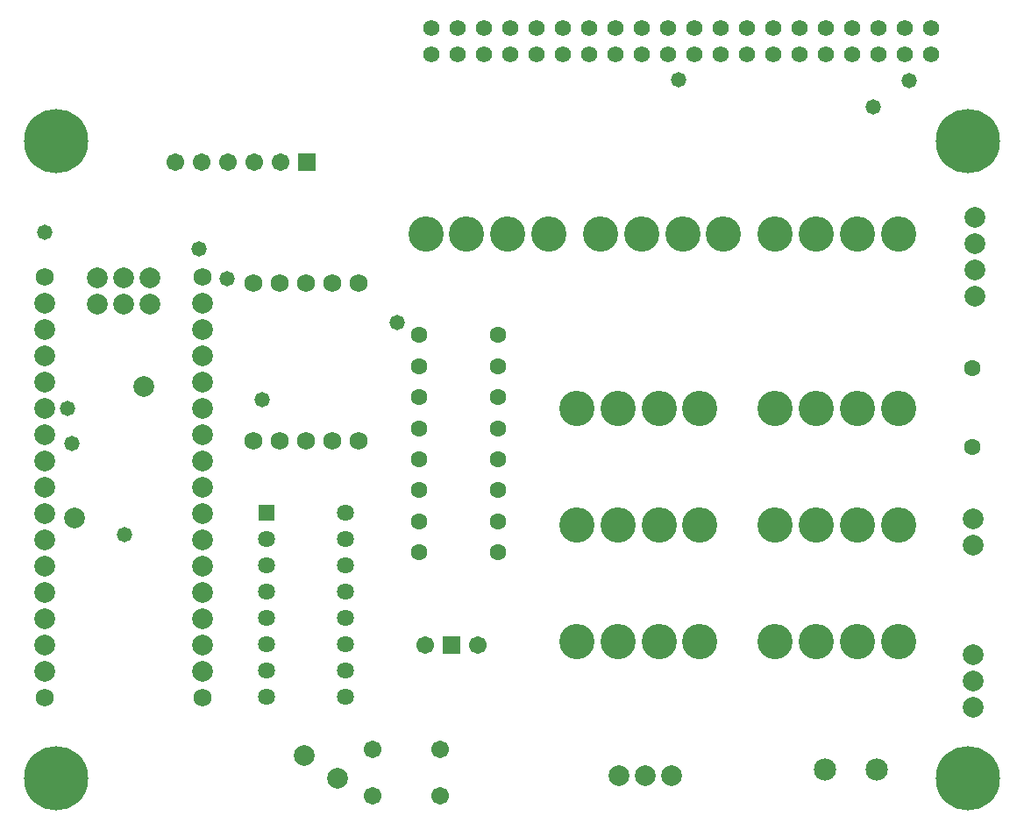
<source format=gbr>
%TF.GenerationSoftware,Altium Limited,Altium Designer,21.8.1 (53)*%
G04 Layer_Color=8388736*
%FSLAX43Y43*%
%MOMM*%
%TF.SameCoordinates,B19F3460-6A24-425D-A3EB-0114A067EE95*%
%TF.FilePolarity,Negative*%
%TF.FileFunction,Soldermask,Top*%
%TF.Part,Single*%
G01*
G75*
%TA.AperFunction,ComponentPad*%
%ADD34C,1.603*%
%ADD35R,1.703X1.703*%
%ADD36C,1.703*%
%TA.AperFunction,ViaPad*%
%ADD37C,6.203*%
%TA.AperFunction,ComponentPad*%
%ADD38C,1.573*%
%ADD39C,2.003*%
%ADD40C,1.727*%
%ADD41C,1.628*%
%ADD42R,1.628X1.628*%
%ADD43C,3.403*%
%ADD44C,2.153*%
%TA.AperFunction,ViaPad*%
%ADD45C,1.473*%
%ADD46C,2.003*%
D34*
X39510Y32300D02*
D03*
X47130D02*
D03*
X92900Y36500D02*
D03*
Y44120D02*
D03*
X39510Y38300D02*
D03*
X47130D02*
D03*
X39510Y41300D02*
D03*
X47130D02*
D03*
X39510Y44300D02*
D03*
X47130D02*
D03*
X39510Y47300D02*
D03*
X47130D02*
D03*
X47130Y35300D02*
D03*
X39510D02*
D03*
X47130Y29300D02*
D03*
X39510D02*
D03*
X47130Y26300D02*
D03*
X39510D02*
D03*
D35*
X28700Y64000D02*
D03*
X42670Y17370D02*
D03*
D36*
X26160Y64000D02*
D03*
X23620D02*
D03*
X21080D02*
D03*
X18540D02*
D03*
X16000D02*
D03*
X40130Y17370D02*
D03*
X45210D02*
D03*
X41554Y7250D02*
D03*
X35054D02*
D03*
X41554Y2750D02*
D03*
X35054D02*
D03*
D37*
X92500Y66000D02*
D03*
X4500D02*
D03*
X92500Y4500D02*
D03*
X4500D02*
D03*
D38*
X40740Y74460D02*
D03*
Y77000D02*
D03*
X43280Y74460D02*
D03*
Y77000D02*
D03*
X45820Y74460D02*
D03*
Y77000D02*
D03*
X48360Y74460D02*
D03*
Y77000D02*
D03*
X50900Y74460D02*
D03*
Y77000D02*
D03*
X53440Y74460D02*
D03*
Y77000D02*
D03*
X55980Y74460D02*
D03*
Y77000D02*
D03*
X58520Y74460D02*
D03*
Y77000D02*
D03*
X61060Y74460D02*
D03*
Y77000D02*
D03*
X63600Y74460D02*
D03*
Y77000D02*
D03*
X66140Y74460D02*
D03*
Y77000D02*
D03*
X68680Y74460D02*
D03*
Y77000D02*
D03*
X71220Y74460D02*
D03*
Y77000D02*
D03*
X73760Y74460D02*
D03*
Y77000D02*
D03*
X76300Y74460D02*
D03*
Y77000D02*
D03*
X78840Y74460D02*
D03*
Y77000D02*
D03*
X81380Y74460D02*
D03*
Y77000D02*
D03*
X83920Y74460D02*
D03*
Y77000D02*
D03*
X86460Y74460D02*
D03*
Y77000D02*
D03*
X89000Y74460D02*
D03*
Y77000D02*
D03*
D39*
X93000Y16420D02*
D03*
Y13880D02*
D03*
Y11340D02*
D03*
X93050Y27000D02*
D03*
Y29540D02*
D03*
X93150Y58660D02*
D03*
Y56120D02*
D03*
Y53580D02*
D03*
Y51040D02*
D03*
X58793Y4727D02*
D03*
X61333D02*
D03*
X63874D02*
D03*
X3380Y50370D02*
D03*
Y47830D02*
D03*
Y45290D02*
D03*
Y42750D02*
D03*
Y40210D02*
D03*
Y37670D02*
D03*
Y35130D02*
D03*
Y32590D02*
D03*
Y30050D02*
D03*
Y27510D02*
D03*
Y24970D02*
D03*
Y22430D02*
D03*
Y19890D02*
D03*
Y17350D02*
D03*
Y14810D02*
D03*
X18620D02*
D03*
Y17350D02*
D03*
Y19890D02*
D03*
Y22430D02*
D03*
Y24970D02*
D03*
Y27510D02*
D03*
Y30050D02*
D03*
Y32590D02*
D03*
Y35130D02*
D03*
Y37670D02*
D03*
Y40210D02*
D03*
Y42750D02*
D03*
Y45290D02*
D03*
Y47830D02*
D03*
Y50370D02*
D03*
X8470Y52810D02*
D03*
X11010D02*
D03*
X13550D02*
D03*
X8470Y50270D02*
D03*
X11010D02*
D03*
X13550D02*
D03*
D40*
X3380Y12270D02*
D03*
X18620D02*
D03*
X3380Y52910D02*
D03*
X18620D02*
D03*
X23500Y37060D02*
D03*
X26040D02*
D03*
X28580D02*
D03*
X31120D02*
D03*
X33660D02*
D03*
Y52300D02*
D03*
X31120D02*
D03*
X28580D02*
D03*
X26040D02*
D03*
X23500D02*
D03*
D41*
X32390Y30150D02*
D03*
Y27610D02*
D03*
Y25070D02*
D03*
Y22530D02*
D03*
Y19990D02*
D03*
Y17450D02*
D03*
Y14910D02*
D03*
Y12370D02*
D03*
X24770D02*
D03*
Y14910D02*
D03*
Y17450D02*
D03*
Y19990D02*
D03*
Y22530D02*
D03*
Y25070D02*
D03*
Y27610D02*
D03*
D42*
Y30150D02*
D03*
D43*
X57040Y57050D02*
D03*
X61000D02*
D03*
X64960D02*
D03*
X68920D02*
D03*
X73920D02*
D03*
X77880D02*
D03*
X81840D02*
D03*
X85800D02*
D03*
X40160D02*
D03*
X44120D02*
D03*
X48080D02*
D03*
X52040D02*
D03*
X54760Y40230D02*
D03*
X58720D02*
D03*
X62680D02*
D03*
X66640D02*
D03*
X73920D02*
D03*
X77880D02*
D03*
X81840D02*
D03*
X85800D02*
D03*
X73920Y28950D02*
D03*
X77880D02*
D03*
X81840D02*
D03*
X85800D02*
D03*
X54760D02*
D03*
X58720D02*
D03*
X62680D02*
D03*
X66640D02*
D03*
X73920Y17670D02*
D03*
X77880D02*
D03*
X81840D02*
D03*
X85800D02*
D03*
X54760D02*
D03*
X58720D02*
D03*
X62680D02*
D03*
X66640D02*
D03*
D44*
X83700Y5327D02*
D03*
X78700D02*
D03*
D45*
X37400Y48500D02*
D03*
X64550Y72000D02*
D03*
X24400Y41050D02*
D03*
X86850Y71850D02*
D03*
X83350Y69300D02*
D03*
X18300Y55600D02*
D03*
X3350Y57250D02*
D03*
X11050Y28050D02*
D03*
X5950Y36800D02*
D03*
X5570Y40220D02*
D03*
X21000Y52750D02*
D03*
D46*
X28400Y6650D02*
D03*
X6200Y29650D02*
D03*
X31600Y4450D02*
D03*
X12900Y42350D02*
D03*
%TF.MD5,adafd2c378cfe28ce50b10218259a490*%
M02*

</source>
